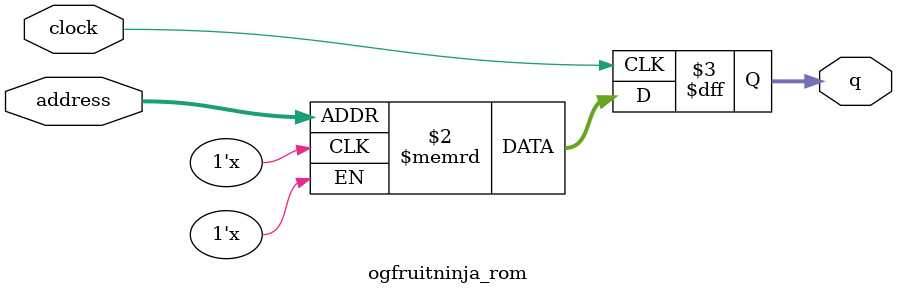
<source format=sv>
module ogfruitninja_rom (
	input logic clock,
	input logic [13:0] address,
	output logic [3:0] q
);

logic [3:0] memory [0:9999] /* synthesis ram_init_file = "./ogfruitninja/ogfruitninja.mif" */;

always_ff @ (posedge clock) begin
	q <= memory[address];
end

endmodule

</source>
